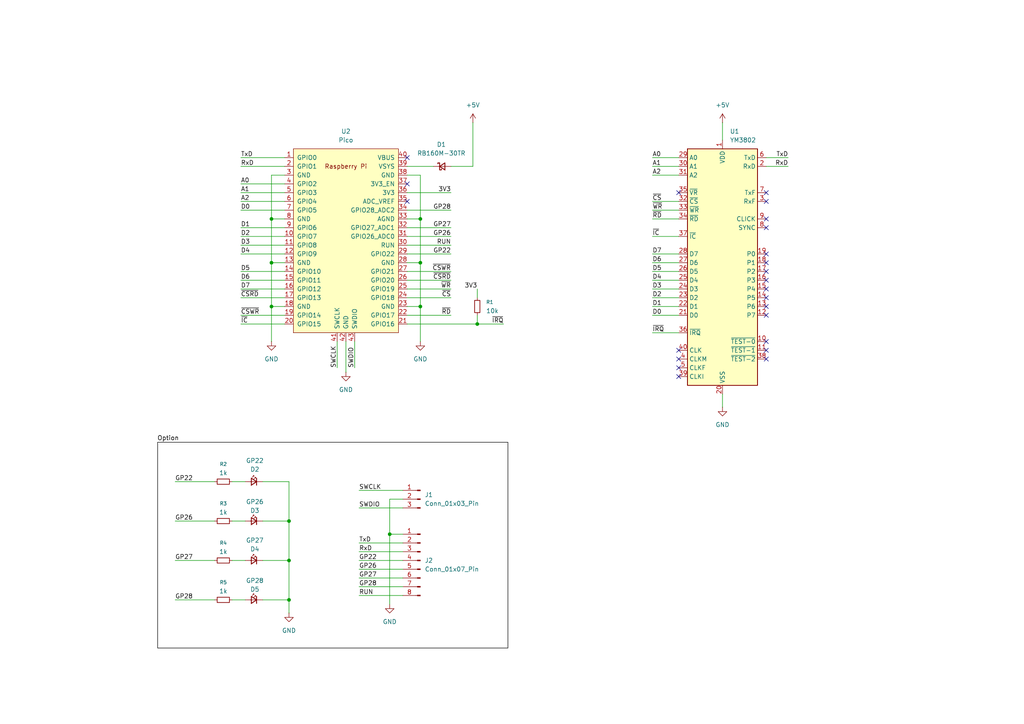
<source format=kicad_sch>
(kicad_sch (version 20250114) (generator "eeschema") (generator_version "9.0")
  (paper "A4")
  (title_block (title "RP3802: Tiny YM3802 Emulator by Raspberry Pi Pico") (date "2025-05-31") (rev "1.0") (comment 1 "for DMP-6BM1") (comment 2 "https://github.com/hyano/rp3802"))
  (lib_symbols
    (symbol "Connector:Conn_01x03_Pin" (pin_names (offset 1.016) (hide yes))
      (property "Reference" "J" (at 0 5.08 0))
      (property "Value" "Conn_01x03_Pin" (at 0 -5.08 0))
      (symbol "Conn_01x03_Pin_1_1"
        (rectangle (start 0.8636 2.667) (end 0 2.413) (stroke (width 0.1524)) (fill (type outline)))
        (rectangle (start 0.8636 0.127) (end 0 -0.127) (stroke (width 0.1524)) (fill (type outline)))
        (rectangle (start 0.8636 -2.413) (end 0 -2.667) (stroke (width 0.1524)) (fill (type outline)))
        (polyline (pts (xy 1.27 2.54) (xy 0.8636 2.54)) (stroke (width 0.1524)))
        (polyline (pts (xy 1.27 0) (xy 0.8636 0)) (stroke (width 0.1524)))
        (polyline (pts (xy 1.27 -2.54) (xy 0.8636 -2.54)) (stroke (width 0.1524)))
        (pin passive line (at 5.08 2.54 180) (length 3.81) (name "Pin_1") (number "1"))
        (pin passive line (at 5.08 0 180) (length 3.81) (name "Pin_2") (number "2"))
        (pin passive line (at 5.08 -2.54 180) (length 3.81) (name "Pin_3") (number "3"))
      )
    )
    (symbol "Connector:Conn_01x08_Pin" (pin_names (offset 1.016) (hide yes))
      (property "Reference" "J" (at 0 10.16 0))
      (property "Value" "Conn_01x08_Pin" (at 0 -12.7 0))
      (symbol "Conn_01x08_Pin_1_1"
        (rectangle (start 0.8636 7.747) (end 0 7.493) (stroke (width 0.1524)) (fill (type outline)))
        (rectangle (start 0.8636 5.207) (end 0 4.953) (stroke (width 0.1524)) (fill (type outline)))
        (rectangle (start 0.8636 2.667) (end 0 2.413) (stroke (width 0.1524)) (fill (type outline)))
        (rectangle (start 0.8636 0.127) (end 0 -0.127) (stroke (width 0.1524)) (fill (type outline)))
        (rectangle (start 0.8636 -2.413) (end 0 -2.667) (stroke (width 0.1524)) (fill (type outline)))
        (rectangle (start 0.8636 -4.953) (end 0 -5.207) (stroke (width 0.1524)) (fill (type outline)))
        (rectangle (start 0.8636 -7.493) (end 0 -7.747) (stroke (width 0.1524)) (fill (type outline)))
        (rectangle (start 0.8636 -10.033) (end 0 -10.287) (stroke (width 0.1524)) (fill (type outline)))
        (polyline (pts (xy 1.27 7.62) (xy 0.8636 7.62)) (stroke (width 0.1524)))
        (polyline (pts (xy 1.27 5.08) (xy 0.8636 5.08)) (stroke (width 0.1524)))
        (polyline (pts (xy 1.27 2.54) (xy 0.8636 2.54)) (stroke (width 0.1524)))
        (polyline (pts (xy 1.27 0) (xy 0.8636 0)) (stroke (width 0.1524)))
        (polyline (pts (xy 1.27 -2.54) (xy 0.8636 -2.54)) (stroke (width 0.1524)))
        (polyline (pts (xy 1.27 -5.08) (xy 0.8636 -5.08)) (stroke (width 0.1524)))
        (polyline (pts (xy 1.27 -7.62) (xy 0.8636 -7.62)) (stroke (width 0.1524)))
        (polyline (pts (xy 1.27 -10.16) (xy 0.8636 -10.16)) (stroke (width 0.1524)))
        (pin passive line (at 5.08 7.62 180) (length 3.81) (name "Pin_1") (number "1"))
        (pin passive line (at 5.08 5.08 180) (length 3.81) (name "Pin_2") (number "2"))
        (pin passive line (at 5.08 2.54 180) (length 3.81) (name "Pin_3") (number "3"))
        (pin passive line (at 5.08 0 180) (length 3.81) (name "Pin_4") (number "4"))
        (pin passive line (at 5.08 -2.54 180) (length 3.81) (name "Pin_5") (number "5"))
        (pin passive line (at 5.08 -5.08 180) (length 3.81) (name "Pin_6") (number "6"))
        (pin passive line (at 5.08 -7.62 180) (length 3.81) (name "Pin_7") (number "7"))
        (pin passive line (at 5.08 -10.16 180) (length 3.81) (name "Pin_8") (number "8"))
      )
    )
    (symbol "Device:D_Schottky_Small" (pin_numbers (hide yes)) (pin_names (offset 0.254) (hide yes))
      (property "Reference" "D" (at -1.27 2.032 0))
      (property "Value" "D_Schottky_Small" (at -7.112 -2.032 0))
      (symbol "D_Schottky_Small_0_1"
        (polyline (pts (xy -1.27 0.762) (xy -1.27 1.016) (xy -0.762 1.016) (xy -0.762 -1.016) (xy -0.254 -1.016) (xy -0.254 -0.762)) (stroke (width 0.254)))
        (polyline (pts (xy -0.762 0) (xy 0.762 0)))
        (polyline (pts (xy 0.762 -1.016) (xy -0.762 0) (xy 0.762 1.016) (xy 0.762 -1.016)) (stroke (width 0.254)))
      )
      (symbol "D_Schottky_Small_1_1"
        (pin passive line (at -2.54 0 0) (length 1.778) (name "K") (number "1"))
        (pin passive line (at 2.54 0 180) (length 1.778) (name "A") (number "2"))
      )
    )
    (symbol "Device:LED_Small" (pin_numbers (hide yes)) (pin_names (offset 0.254) (hide yes))
      (property "Reference" "D" (at -1.27 3.175 0))
      (property "Value" "LED_Small" (at -4.445 -2.54 0))
      (symbol "LED_Small_0_1"
        (polyline (pts (xy -0.762 -1.016) (xy -0.762 1.016)) (stroke (width 0.254)))
        (polyline (pts (xy 0 0.762) (xy -0.508 1.27) (xy -0.254 1.27) (xy -0.508 1.27) (xy -0.508 1.016)))
        (polyline (pts (xy 0.508 1.27) (xy 0 1.778) (xy 0.254 1.778) (xy 0 1.778) (xy 0 1.524)))
        (polyline (pts (xy 0.762 -1.016) (xy -0.762 0) (xy 0.762 1.016) (xy 0.762 -1.016)) (stroke (width 0.254)))
        (polyline (pts (xy 1.016 0) (xy -0.762 0)))
      )
      (symbol "LED_Small_1_1"
        (pin passive line (at -2.54 0 0) (length 1.778) (name "K") (number "1"))
        (pin passive line (at 2.54 0 180) (length 1.778) (name "A") (number "2"))
      )
    )
    (symbol "Device:R_Small" (pin_numbers (hide yes)) (pin_names (offset 0.254) (hide yes))
      (property "Reference" "R" (at 0 0 90))
      (property "Value" "R_Small" (at 1.778 0 90))
      (symbol "R_Small_0_1"
        (rectangle (start -0.762 1.778) (end 0.762 -1.778) (stroke (width 0.2032)))
      )
      (symbol "R_Small_1_1"
        (pin passive line (at 0 2.54 270) (length 0.762) (name "~") (number "1"))
        (pin passive line (at 0 -2.54 90) (length 0.762) (name "~") (number "2"))
      )
    )
    (symbol "RPi_Pico:Pico" (pin_names (offset 1.016))
      (property "Reference" "U" (at -13.97 27.94 0))
      (property "Value" "Pico" (at 0 19.05 0))
      (symbol "Pico_0_0"
        (text "Raspberry Pi" (at 0 21.59 0) (effects (font (size 1.27 1.27))))
      )
      (symbol "Pico_0_1"
        (rectangle (start -15.24 26.67) (end 15.24 -26.67) (fill (type background)))
      )
      (symbol "Pico_1_1"
        (pin bidirectional line (at -17.78 24.13 0) (length 2.54) (name "GPIO0") (number "1"))
        (pin bidirectional line (at -17.78 21.59 0) (length 2.54) (name "GPIO1") (number "2"))
        (pin power_in line (at -17.78 19.05 0) (length 2.54) (name "GND") (number "3"))
        (pin bidirectional line (at -17.78 16.51 0) (length 2.54) (name "GPIO2") (number "4"))
        (pin bidirectional line (at -17.78 13.97 0) (length 2.54) (name "GPIO3") (number "5"))
        (pin bidirectional line (at -17.78 11.43 0) (length 2.54) (name "GPIO4") (number "6"))
        (pin bidirectional line (at -17.78 8.89 0) (length 2.54) (name "GPIO5") (number "7"))
        (pin power_in line (at -17.78 6.35 0) (length 2.54) (name "GND") (number "8"))
        (pin bidirectional line (at -17.78 3.81 0) (length 2.54) (name "GPIO6") (number "9"))
        (pin bidirectional line (at -17.78 1.27 0) (length 2.54) (name "GPIO7") (number "10"))
        (pin bidirectional line (at -17.78 -1.27 0) (length 2.54) (name "GPIO8") (number "11"))
        (pin bidirectional line (at -17.78 -3.81 0) (length 2.54) (name "GPIO9") (number "12"))
        (pin power_in line (at -17.78 -6.35 0) (length 2.54) (name "GND") (number "13"))
        (pin bidirectional line (at -17.78 -8.89 0) (length 2.54) (name "GPIO10") (number "14"))
        (pin bidirectional line (at -17.78 -11.43 0) (length 2.54) (name "GPIO11") (number "15"))
        (pin bidirectional line (at -17.78 -13.97 0) (length 2.54) (name "GPIO12") (number "16"))
        (pin bidirectional line (at -17.78 -16.51 0) (length 2.54) (name "GPIO13") (number "17"))
        (pin power_in line (at -17.78 -19.05 0) (length 2.54) (name "GND") (number "18"))
        (pin bidirectional line (at -17.78 -21.59 0) (length 2.54) (name "GPIO14") (number "19"))
        (pin bidirectional line (at -17.78 -24.13 0) (length 2.54) (name "GPIO15") (number "20"))
        (pin input line (at -2.54 -29.21 90) (length 2.54) (name "SWCLK") (number "41"))
        (pin power_in line (at 0 -29.21 90) (length 2.54) (name "GND") (number "42"))
        (pin bidirectional line (at 2.54 -29.21 90) (length 2.54) (name "SWDIO") (number "43"))
        (pin unspecified line (at 17.78 24.13 180) (length 2.54) (name "VBUS") (number "40"))
        (pin unspecified line (at 17.78 21.59 180) (length 2.54) (name "VSYS") (number "39"))
        (pin bidirectional line (at 17.78 19.05 180) (length 2.54) (name "GND") (number "38"))
        (pin input line (at 17.78 16.51 180) (length 2.54) (name "3V3_EN") (number "37"))
        (pin unspecified line (at 17.78 13.97 180) (length 2.54) (name "3V3") (number "36"))
        (pin unspecified line (at 17.78 11.43 180) (length 2.54) (name "ADC_VREF") (number "35"))
        (pin bidirectional line (at 17.78 8.89 180) (length 2.54) (name "GPIO28_ADC2") (number "34"))
        (pin power_in line (at 17.78 6.35 180) (length 2.54) (name "AGND") (number "33"))
        (pin bidirectional line (at 17.78 3.81 180) (length 2.54) (name "GPIO27_ADC1") (number "32"))
        (pin bidirectional line (at 17.78 1.27 180) (length 2.54) (name "GPIO26_ADC0") (number "31"))
        (pin input line (at 17.78 -1.27 180) (length 2.54) (name "RUN") (number "30"))
        (pin bidirectional line (at 17.78 -3.81 180) (length 2.54) (name "GPIO22") (number "29"))
        (pin power_in line (at 17.78 -6.35 180) (length 2.54) (name "GND") (number "28"))
        (pin bidirectional line (at 17.78 -8.89 180) (length 2.54) (name "GPIO21") (number "27"))
        (pin bidirectional line (at 17.78 -11.43 180) (length 2.54) (name "GPIO20") (number "26"))
        (pin bidirectional line (at 17.78 -13.97 180) (length 2.54) (name "GPIO19") (number "25"))
        (pin bidirectional line (at 17.78 -16.51 180) (length 2.54) (name "GPIO18") (number "24"))
        (pin power_in line (at 17.78 -19.05 180) (length 2.54) (name "GND") (number "23"))
        (pin bidirectional line (at 17.78 -21.59 180) (length 2.54) (name "GPIO17") (number "22"))
        (pin bidirectional line (at 17.78 -24.13 180) (length 2.54) (name "GPIO16") (number "21"))
      )
    )
    (symbol "RPi_Pico:YM3802-X"
      (property "Reference" "U" (at -10.16 29.21 0))
      (property "Value" "YM3802" (at 3.81 29.21 0))
      (symbol "YM3802-X_0_1"
        (rectangle (start -10.16 27.94) (end 10.16 -40.64) (stroke (width 0.254)) (fill (type background)))
      )
      (symbol "YM3802-X_1_1"
        (pin input line (at -12.7 25.4 0) (length 2.54) (name "A0") (number "29"))
        (pin input line (at -12.7 22.86 0) (length 2.54) (name "A1") (number "30"))
        (pin input line (at -12.7 20.32 0) (length 2.54) (name "A2") (number "31"))
        (pin input line (at -12.7 15.24 0) (length 2.54) (name "~{VR}") (number "35"))
        (pin input line (at -12.7 12.7 0) (length 2.54) (name "~{CS}") (number "32"))
        (pin input line (at -12.7 10.16 0) (length 2.54) (name "~{WR}") (number "33"))
        (pin input line (at -12.7 7.62 0) (length 2.54) (name "~{RD}") (number "34"))
        (pin input line (at -12.7 2.54 0) (length 2.54) (name "~{IC}") (number "37"))
        (pin bidirectional line (at -12.7 -2.54 0) (length 2.54) (name "D7") (number "28"))
        (pin bidirectional line (at -12.7 -5.08 0) (length 2.54) (name "D6") (number "27"))
        (pin bidirectional line (at -12.7 -7.62 0) (length 2.54) (name "D5") (number "26"))
        (pin bidirectional line (at -12.7 -10.16 0) (length 2.54) (name "D4") (number "25"))
        (pin bidirectional line (at -12.7 -12.7 0) (length 2.54) (name "D3") (number "24"))
        (pin bidirectional line (at -12.7 -15.24 0) (length 2.54) (name "D2") (number "23"))
        (pin bidirectional line (at -12.7 -17.78 0) (length 2.54) (name "D1") (number "22"))
        (pin bidirectional line (at -12.7 -20.32 0) (length 2.54) (name "D0") (number "21"))
        (pin output line (at -12.7 -25.4 0) (length 2.54) (name "~{IRQ}") (number "36"))
        (pin input line (at -12.7 -30.48 0) (length 2.54) (name "CLK") (number "40"))
        (pin input line (at -12.7 -33.02 0) (length 2.54) (name "CLKM") (number "4"))
        (pin input line (at -12.7 -35.56 0) (length 2.54) (name "CLKF") (number "5"))
        (pin output line (at -12.7 -38.1 0) (length 2.54) (name "CLKI") (number "39"))
        (pin power_in line (at 0 30.48 270) (length 2.54) (name "VDD") (number "1"))
        (pin power_in line (at 0 -43.18 90) (length 2.54) (name "VSS") (number "20"))
        (pin output line (at 12.7 25.4 180) (length 2.54) (name "TxD") (number "6"))
        (pin input line (at 12.7 22.86 180) (length 2.54) (name "RxD") (number "2"))
        (pin output line (at 12.7 15.24 180) (length 2.54) (name "TxF") (number "7"))
        (pin input line (at 12.7 12.7 180) (length 2.54) (name "RxF") (number "3"))
        (pin output line (at 12.7 7.62 180) (length 2.54) (name "CLICK") (number "9"))
        (pin output line (at 12.7 5.08 180) (length 2.54) (name "SYNC") (number "8"))
        (pin bidirectional line (at 12.7 -2.54 180) (length 2.54) (name "P0") (number "19"))
        (pin bidirectional line (at 12.7 -5.08 180) (length 2.54) (name "P1") (number "18"))
        (pin bidirectional line (at 12.7 -7.62 180) (length 2.54) (name "P2") (number "17"))
        (pin bidirectional line (at 12.7 -10.16 180) (length 2.54) (name "P3") (number "16"))
        (pin bidirectional line (at 12.7 -12.7 180) (length 2.54) (name "P4") (number "15"))
        (pin bidirectional line (at 12.7 -15.24 180) (length 2.54) (name "P5") (number "14"))
        (pin bidirectional line (at 12.7 -17.78 180) (length 2.54) (name "P6") (number "13"))
        (pin bidirectional line (at 12.7 -20.32 180) (length 2.54) (name "P7") (number "12"))
        (pin input line (at 12.7 -27.94 180) (length 2.54) (name "~{TEST-0}") (number "10"))
        (pin input line (at 12.7 -30.48 180) (length 2.54) (name "~{TEST-1}") (number "11"))
        (pin input line (at 12.7 -33.02 180) (length 2.54) (name "~{TEST-2}") (number "38"))
      )
    )
    (symbol "power:+5V" (power) (pin_numbers (hide yes)) (pin_names (offset 0) (hide yes))
      (property "Value" "+5V" (at 0 3.556 0))
      (symbol "+5V_0_1"
        (polyline (pts (xy -0.762 1.27) (xy 0 2.54)))
        (polyline (pts (xy 0 2.54) (xy 0.762 1.27)))
        (polyline (pts (xy 0 0) (xy 0 2.54)))
      )
      (symbol "+5V_1_1"
        (pin power_in line (at 0 0 90) (length 0) (name "~") (number "1"))
      )
    )
    (symbol "power:GND" (power) (pin_numbers (hide yes)) (pin_names (offset 0) (hide yes))
      (property "Value" "GND" (at 0 -3.81 0))
      (symbol "GND_0_1"
        (polyline (pts (xy 0 0) (xy 0 -1.27) (xy 1.27 -1.27) (xy 0 -2.54) (xy -1.27 -1.27) (xy 0 -1.27)))
      )
      (symbol "GND_1_1"
        (pin power_in line (at 0 0 270) (length 0) (name "~") (number "1"))
      )
    )
  )
  (rectangle (start 45.72 128.27) (end 147.32 187.96) (stroke (width 0) (color 0 0 0 1)))
  (text "Option" (at 48.768 127.254 0) (effects (font (size 1.27 1.27))))
  (junction (at 83.82 151.13))
  (junction (at 113.03 154.94))
  (junction (at 83.82 173.99))
  (junction (at 83.82 162.56))
  (junction (at 78.74 63.5))
  (junction (at 121.92 63.5))
  (junction (at 138.43 93.98))
  (junction (at 78.74 76.2))
  (junction (at 121.92 88.9))
  (junction (at 78.74 88.9))
  (junction (at 121.92 76.2))
  (no_connect (at 196.85 55.88))
  (no_connect (at 222.25 104.14))
  (no_connect (at 222.25 78.74))
  (no_connect (at 222.25 73.66))
  (no_connect (at 222.25 55.88))
  (no_connect (at 222.25 63.5))
  (no_connect (at 118.11 53.34))
  (no_connect (at 222.25 99.06))
  (no_connect (at 196.85 104.14))
  (no_connect (at 222.25 86.36))
  (no_connect (at 196.85 106.68))
  (no_connect (at 222.25 88.9))
  (no_connect (at 222.25 81.28))
  (no_connect (at 118.11 45.72))
  (no_connect (at 222.25 66.04))
  (no_connect (at 196.85 109.22))
  (no_connect (at 222.25 58.42))
  (no_connect (at 222.25 101.6))
  (no_connect (at 222.25 91.44))
  (no_connect (at 222.25 83.82))
  (no_connect (at 222.25 76.2))
  (no_connect (at 196.85 101.6))
  (no_connect (at 118.11 58.42))
  (wire (pts (xy 104.14 157.48) (xy 116.84 157.48)))
  (wire (pts (xy 69.85 93.98) (xy 82.55 93.98)))
  (wire (pts (xy 78.74 63.5) (xy 78.74 76.2)))
  (wire (pts (xy 118.11 55.88) (xy 130.81 55.88)))
  (wire (pts (xy 50.8 162.56) (xy 62.23 162.56)))
  (wire (pts (xy 78.74 88.9) (xy 82.55 88.9)))
  (wire (pts (xy 104.14 167.64) (xy 116.84 167.64)))
  (wire (pts (xy 118.11 86.36) (xy 130.81 86.36)))
  (wire (pts (xy 138.43 91.44) (xy 138.43 93.98)))
  (wire (pts (xy 69.85 66.04) (xy 82.55 66.04)))
  (wire (pts (xy 78.74 50.8) (xy 78.74 63.5)))
  (wire (pts (xy 118.11 71.12) (xy 130.81 71.12)))
  (wire (pts (xy 102.87 99.06) (xy 102.87 106.68)))
  (wire (pts (xy 189.23 63.5) (xy 196.85 63.5)))
  (wire (pts (xy 104.14 162.56) (xy 116.84 162.56)))
  (wire (pts (xy 69.85 45.72) (xy 82.55 45.72)))
  (wire (pts (xy 69.85 55.88) (xy 82.55 55.88)))
  (wire (pts (xy 76.2 139.7) (xy 83.82 139.7)))
  (wire (pts (xy 76.2 151.13) (xy 83.82 151.13)))
  (wire (pts (xy 69.85 83.82) (xy 82.55 83.82)))
  (wire (pts (xy 83.82 173.99) (xy 83.82 177.8)))
  (wire (pts (xy 118.11 83.82) (xy 130.81 83.82)))
  (wire (pts (xy 189.23 76.2) (xy 196.85 76.2)))
  (wire (pts (xy 118.11 76.2) (xy 121.92 76.2)))
  (wire (pts (xy 118.11 93.98) (xy 138.43 93.98)))
  (wire (pts (xy 83.82 151.13) (xy 83.82 162.56)))
  (wire (pts (xy 67.31 162.56) (xy 71.12 162.56)))
  (wire (pts (xy 130.81 48.26) (xy 137.16 48.26)))
  (wire (pts (xy 76.2 162.56) (xy 83.82 162.56)))
  (wire (pts (xy 113.03 154.94) (xy 113.03 175.26)))
  (wire (pts (xy 82.55 50.8) (xy 78.74 50.8)))
  (wire (pts (xy 69.85 73.66) (xy 82.55 73.66)))
  (wire (pts (xy 83.82 162.56) (xy 83.82 173.99)))
  (wire (pts (xy 67.31 139.7) (xy 71.12 139.7)))
  (wire (pts (xy 118.11 91.44) (xy 130.81 91.44)))
  (wire (pts (xy 118.11 68.58) (xy 130.81 68.58)))
  (wire (pts (xy 189.23 60.96) (xy 196.85 60.96)))
  (wire (pts (xy 118.11 81.28) (xy 130.81 81.28)))
  (wire (pts (xy 69.85 86.36) (xy 82.55 86.36)))
  (wire (pts (xy 222.25 45.72) (xy 228.6 45.72)))
  (wire (pts (xy 116.84 144.78) (xy 113.03 144.78)))
  (wire (pts (xy 189.23 78.74) (xy 196.85 78.74)))
  (wire (pts (xy 121.92 76.2) (xy 121.92 88.9)))
  (wire (pts (xy 189.23 86.36) (xy 196.85 86.36)))
  (wire (pts (xy 189.23 81.28) (xy 196.85 81.28)))
  (wire (pts (xy 121.92 88.9) (xy 121.92 99.06)))
  (wire (pts (xy 118.11 78.74) (xy 130.81 78.74)))
  (wire (pts (xy 113.03 154.94) (xy 116.84 154.94)))
  (wire (pts (xy 189.23 91.44) (xy 196.85 91.44)))
  (wire (pts (xy 118.11 88.9) (xy 121.92 88.9)))
  (wire (pts (xy 78.74 76.2) (xy 82.55 76.2)))
  (wire (pts (xy 83.82 139.7) (xy 83.82 151.13)))
  (wire (pts (xy 104.14 147.32) (xy 116.84 147.32)))
  (wire (pts (xy 189.23 68.58) (xy 196.85 68.58)))
  (wire (pts (xy 118.11 73.66) (xy 130.81 73.66)))
  (wire (pts (xy 209.55 35.56) (xy 209.55 40.64)))
  (wire (pts (xy 189.23 45.72) (xy 196.85 45.72)))
  (wire (pts (xy 67.31 151.13) (xy 71.12 151.13)))
  (wire (pts (xy 121.92 50.8) (xy 121.92 63.5)))
  (wire (pts (xy 69.85 68.58) (xy 82.55 68.58)))
  (wire (pts (xy 113.03 144.78) (xy 113.03 154.94)))
  (wire (pts (xy 78.74 76.2) (xy 78.74 88.9)))
  (wire (pts (xy 97.79 99.06) (xy 97.79 106.68)))
  (wire (pts (xy 138.43 93.98) (xy 146.05 93.98)))
  (wire (pts (xy 50.8 173.99) (xy 62.23 173.99)))
  (wire (pts (xy 189.23 58.42) (xy 196.85 58.42)))
  (wire (pts (xy 78.74 88.9) (xy 78.74 99.06)))
  (wire (pts (xy 118.11 48.26) (xy 125.73 48.26)))
  (wire (pts (xy 69.85 78.74) (xy 82.55 78.74)))
  (wire (pts (xy 69.85 60.96) (xy 82.55 60.96)))
  (wire (pts (xy 104.14 165.1) (xy 116.84 165.1)))
  (wire (pts (xy 50.8 151.13) (xy 62.23 151.13)))
  (wire (pts (xy 104.14 160.02) (xy 116.84 160.02)))
  (wire (pts (xy 121.92 63.5) (xy 121.92 76.2)))
  (wire (pts (xy 69.85 71.12) (xy 82.55 71.12)))
  (wire (pts (xy 69.85 48.26) (xy 82.55 48.26)))
  (wire (pts (xy 222.25 48.26) (xy 228.6 48.26)))
  (wire (pts (xy 189.23 73.66) (xy 196.85 73.66)))
  (wire (pts (xy 76.2 173.99) (xy 83.82 173.99)))
  (wire (pts (xy 189.23 48.26) (xy 196.85 48.26)))
  (wire (pts (xy 189.23 88.9) (xy 196.85 88.9)))
  (wire (pts (xy 138.43 83.82) (xy 138.43 86.36)))
  (wire (pts (xy 118.11 66.04) (xy 130.81 66.04)))
  (wire (pts (xy 69.85 81.28) (xy 82.55 81.28)))
  (wire (pts (xy 137.16 48.26) (xy 137.16 35.56)))
  (wire (pts (xy 104.14 170.18) (xy 116.84 170.18)))
  (wire (pts (xy 189.23 50.8) (xy 196.85 50.8)))
  (wire (pts (xy 118.11 63.5) (xy 121.92 63.5)))
  (wire (pts (xy 69.85 53.34) (xy 82.55 53.34)))
  (wire (pts (xy 189.23 83.82) (xy 196.85 83.82)))
  (wire (pts (xy 69.85 91.44) (xy 82.55 91.44)))
  (wire (pts (xy 118.11 50.8) (xy 121.92 50.8)))
  (wire (pts (xy 209.55 114.3) (xy 209.55 118.11)))
  (wire (pts (xy 189.23 96.52) (xy 196.85 96.52)))
  (wire (pts (xy 100.33 99.06) (xy 100.33 107.95)))
  (wire (pts (xy 50.8 139.7) (xy 62.23 139.7)))
  (wire (pts (xy 104.14 172.72) (xy 116.84 172.72)))
  (wire (pts (xy 104.14 142.24) (xy 116.84 142.24)))
  (wire (pts (xy 67.31 173.99) (xy 71.12 173.99)))
  (wire (pts (xy 69.85 58.42) (xy 82.55 58.42)))
  (wire (pts (xy 118.11 60.96) (xy 130.81 60.96)))
  (wire (pts (xy 78.74 63.5) (xy 82.55 63.5)))
  (label "D4" (at 189.23 81.28 0))
  (label "~{CSRD}" (at 69.85 86.36 0))
  (label "D2" (at 189.23 86.36 0))
  (label "~{CSRD}" (at 130.81 81.28 180))
  (label "~{CS}" (at 130.81 86.36 180))
  (label "~{CS}" (at 189.23 58.42 0))
  (label "GP27" (at 50.8 162.56 0))
  (label "D7" (at 189.23 73.66 0))
  (label "D1" (at 69.85 66.04 0))
  (label "~{IRQ}" (at 146.05 93.98 180))
  (label "A2" (at 69.85 58.42 0))
  (label "GP28" (at 50.8 173.99 0))
  (label "RUN" (at 130.81 71.12 180))
  (label "D0" (at 189.23 91.44 0))
  (label "D6" (at 189.23 76.2 0))
  (label "TxD" (at 228.6 45.72 180))
  (label "GP22" (at 50.8 139.7 0))
  (label "GP27" (at 130.81 66.04 180))
  (label "~{CSWR}" (at 69.85 91.44 0))
  (label "RxD" (at 104.14 160.02 0))
  (label "A0" (at 189.23 45.72 0))
  (label "~{IRQ}" (at 189.23 96.52 0))
  (label "3V3" (at 130.81 55.88 180))
  (label "GP28" (at 104.14 170.18 0))
  (label "3V3" (at 138.43 83.82 180))
  (label "~{WR}" (at 130.81 83.82 180))
  (label "D3" (at 69.85 71.12 0))
  (label "~{RD}" (at 130.81 91.44 180))
  (label "~{IC}" (at 69.85 93.98 0))
  (label "D4" (at 69.85 73.66 0))
  (label "GP22" (at 104.14 162.56 0))
  (label "~{CSWR}" (at 130.81 78.74 180))
  (label "~{WR}" (at 189.23 60.96 0))
  (label "GP27" (at 104.14 167.64 0))
  (label "D2" (at 69.85 68.58 0))
  (label "GP26" (at 130.81 68.58 180))
  (label "A1" (at 189.23 48.26 0))
  (label "A0" (at 69.85 53.34 0))
  (label "GP28" (at 130.81 60.96 180))
  (label "TxD" (at 69.85 45.72 0))
  (label "RxD" (at 228.6 48.26 180))
  (label "GP22" (at 130.81 73.66 180))
  (label "A2" (at 189.23 50.8 0))
  (label "~{RD}" (at 189.23 63.5 0))
  (label "D5" (at 69.85 78.74 0))
  (label "GP26" (at 50.8 151.13 0))
  (label "D5" (at 189.23 78.74 0))
  (label "A1" (at 69.85 55.88 0))
  (label "RxD" (at 69.85 48.26 0))
  (label "D7" (at 69.85 83.82 0))
  (label "SWCLK" (at 104.14 142.24 0))
  (label "D3" (at 189.23 83.82 0))
  (label "GP26" (at 104.14 165.1 0))
  (label "SWCLK" (at 97.79 106.68 90))
  (label "SWDIO" (at 104.14 147.32 0))
  (label "RUN" (at 104.14 172.72 0))
  (label "D6" (at 69.85 81.28 0))
  (label "TxD" (at 104.14 157.48 0))
  (label "D0" (at 69.85 60.96 0))
  (label "SWDIO" (at 102.87 106.68 90))
  (label "~{IC}" (at 189.23 68.58 0))
  (label "D1" (at 189.23 88.9 0))
  (symbol (lib_id "power:GND") (at 209.55 118.11 0) (unit 1)
    (property "Reference" "#PWR05" (effects (hide yes)))
    (property "Value" "GND" (at 209.55 123.19 0))
    (property "Description" "Power symbol creates a global label with name \"GND\" , ground" (effects (hide yes)))
  )
  (symbol (lib_id "Connector:Conn_01x03_Pin") (at 121.92 144.78 0) (mirror y) (unit 1)
    (property "Reference" "J1" (at 123.19 143.5099 0) (effects (justify right)))
    (property "Value" "Conn_01x03_Pin" (at 123.19 146.0499 0) (effects (justify right)))
    (property "Footprint" "Connector_PinHeader_2.54mm:PinHeader_1x03_P2.54mm_Horizontal" (effects (hide yes)))
    (property "Description" "Generic connector, single row, 01x03, script generated" (effects (hide yes)))
  )
  (symbol (lib_id "power:GND") (at 83.82 177.8 0) (unit 1)
    (property "Reference" "#PWR08" (effects (hide yes)))
    (property "Value" "GND" (at 83.82 182.88 0))
    (property "Description" "Power symbol creates a global label with name \"GND\" , ground" (effects (hide yes)))
  )
  (symbol (lib_id "Device:LED_Small") (at 73.66 173.99 0) (mirror y) (unit 1)
    (property "Reference" "D5" (at 73.914 170.942 0))
    (property "Value" "GP28" (at 73.914 168.402 0))
    (property "Footprint" "LED_SMD:LED_0603_1608Metric_Pad1.05x0.95mm_HandSolder" (effects (hide yes)))
    (property "Description" "Light emitting diode, small symbol" (effects (hide yes)))
    (property "Sim.Pin" "1=K 2=A" (effects (hide yes)))
  )
  (symbol (lib_id "power:GND") (at 100.33 107.95 0) (unit 1)
    (property "Reference" "#PWR06" (effects (hide yes)))
    (property "Value" "GND" (at 100.33 113.03 0))
    (property "Description" "Power symbol creates a global label with name \"GND\" , ground" (effects (hide yes)))
  )
  (symbol (lib_id "Device:R_Small") (at 64.77 162.56 90) (unit 1)
    (property "Reference" "R4" (at 64.77 157.48 90) (effects (font (size 1.016 1.016))))
    (property "Value" "1k" (at 64.77 160.02 90))
    (property "Footprint" "Resistor_SMD:R_0603_1608Metric_Pad0.98x0.95mm_HandSolder" (effects (hide yes)))
    (property "Description" "Resistor, small symbol" (effects (hide yes)))
  )
  (symbol (lib_id "power:GND") (at 113.03 175.26 0) (unit 1)
    (property "Reference" "#PWR07" (effects (hide yes)))
    (property "Value" "GND" (at 113.03 180.34 0))
    (property "Description" "Power symbol creates a global label with name \"GND\" , ground" (effects (hide yes)))
  )
  (symbol (lib_id "power:+5V") (at 209.55 35.56 0) (unit 1)
    (property "Reference" "#PWR04" (effects (hide yes)))
    (property "Value" "+5V" (at 209.55 30.48 0))
    (property "Description" "Power symbol creates a global label with name \"+5V\"" (effects (hide yes)))
  )
  (symbol (lib_id "Device:LED_Small") (at 73.66 162.56 0) (mirror y) (unit 1)
    (property "Reference" "D4" (at 73.914 159.258 0))
    (property "Value" "GP27" (at 73.914 156.718 0))
    (property "Footprint" "LED_SMD:LED_0603_1608Metric_Pad1.05x0.95mm_HandSolder" (effects (hide yes)))
    (property "Description" "Light emitting diode, small symbol" (effects (hide yes)))
    (property "Sim.Pin" "1=K 2=A" (effects (hide yes)))
  )
  (symbol (lib_id "RPi_Pico:Pico") (at 100.33 69.85 0) (unit 1)
    (property "Reference" "U2" (at 100.33 38.1 0))
    (property "Value" "Pico" (at 100.33 40.64 0))
    (property "Footprint" "RPi_Pico:RPi_Pico_SMD_TH" (effects (hide yes)))
  )
  (symbol (lib_id "Device:R_Small") (at 64.77 139.7 90) (unit 1)
    (property "Reference" "R2" (at 64.77 134.62 90) (effects (font (size 1.016 1.016))))
    (property "Value" "1k" (at 64.77 137.16 90))
    (property "Footprint" "Resistor_SMD:R_0603_1608Metric_Pad0.98x0.95mm_HandSolder" (effects (hide yes)))
    (property "Description" "Resistor, small symbol" (effects (hide yes)))
  )
  (symbol (lib_id "Device:D_Schottky_Small") (at 128.27 48.26 0) (unit 1)
    (property "Reference" "D1" (at 128.016 41.91 0))
    (property "Value" "RB160M-30TR" (at 128.016 44.45 0))
    (property "Footprint" "Diode_SMD:D_SOD-123" (effects (hide yes)))
    (property "Description" "Schottky diode, small symbol" (effects (hide yes)))
  )
  (symbol (lib_id "Device:R_Small") (at 64.77 151.13 90) (unit 1)
    (property "Reference" "R3" (at 64.77 146.05 90) (effects (font (size 1.016 1.016))))
    (property "Value" "1k" (at 64.77 148.59 90))
    (property "Footprint" "Resistor_SMD:R_0603_1608Metric_Pad0.98x0.95mm_HandSolder" (effects (hide yes)))
    (property "Description" "Resistor, small symbol" (effects (hide yes)))
  )
  (symbol (lib_id "power:GND") (at 78.74 99.06 0) (unit 1)
    (property "Reference" "#PWR01" (effects (hide yes)))
    (property "Value" "GND" (at 78.74 104.14 0))
    (property "Description" "Power symbol creates a global label with name \"GND\" , ground" (effects (hide yes)))
  )
  (symbol (lib_id "Device:R_Small") (at 138.43 88.9 0) (unit 1)
    (property "Reference" "R1" (at 140.97 87.6299 0) (effects (font (size 1.016 1.016)) (justify left)))
    (property "Value" "10k" (at 140.97 90.1699 0) (effects (justify left)))
    (property "Footprint" "Resistor_SMD:R_0603_1608Metric_Pad0.98x0.95mm_HandSolder" (effects (hide yes)))
    (property "Description" "Resistor, small symbol" (effects (hide yes)))
  )
  (symbol (lib_id "power:GND") (at 121.92 99.06 0) (unit 1)
    (property "Reference" "#PWR02" (effects (hide yes)))
    (property "Value" "GND" (at 121.92 104.14 0))
    (property "Description" "Power symbol creates a global label with name \"GND\" , ground" (effects (hide yes)))
  )
  (symbol (lib_id "Device:R_Small") (at 64.77 173.99 90) (unit 1)
    (property "Reference" "R5" (at 64.77 168.91 90) (effects (font (size 1.016 1.016))))
    (property "Value" "1k" (at 64.77 171.45 90))
    (property "Footprint" "Resistor_SMD:R_0603_1608Metric_Pad0.98x0.95mm_HandSolder" (effects (hide yes)))
    (property "Description" "Resistor, small symbol" (effects (hide yes)))
  )
  (symbol (lib_id "RPi_Pico:YM3802-X") (at 209.55 71.12 0) (unit 1)
    (property "Reference" "U1" (at 211.6933 38.1 0) (effects (justify left)))
    (property "Value" "YM3802" (at 211.6933 40.64 0) (effects (justify left)))
    (property "Footprint" "RPi_Pico:DIP-40_W15.24mm_NO_IC" (effects (hide yes)))
    (property "Description" "MIDI Communication & Service Controller" (effects (hide yes)))
  )
  (symbol (lib_id "Connector:Conn_01x08_Pin") (at 121.92 162.56 0) (mirror y) (unit 1)
    (property "Reference" "J2" (at 123.19 162.5599 0) (effects (justify right)))
    (property "Value" "Conn_01x07_Pin" (at 123.19 165.0999 0) (effects (justify right)))
    (property "Footprint" "Connector_PinHeader_2.54mm:PinHeader_1x08_P2.54mm_Horizontal" (effects (hide yes)))
    (property "Description" "Generic connector, single row, 01x08, script generated" (effects (hide yes)))
  )
  (symbol (lib_id "Device:LED_Small") (at 73.66 139.7 0) (mirror y) (unit 1)
    (property "Reference" "D2" (at 73.914 136.144 0))
    (property "Value" "GP22" (at 73.914 133.604 0))
    (property "Footprint" "LED_SMD:LED_0603_1608Metric_Pad1.05x0.95mm_HandSolder" (effects (hide yes)))
    (property "Description" "Light emitting diode, small symbol" (effects (hide yes)))
    (property "Sim.Pin" "1=K 2=A" (effects (hide yes)))
  )
  (symbol (lib_id "power:+5V") (at 137.16 35.56 0) (unit 1)
    (property "Reference" "#PWR03" (effects (hide yes)))
    (property "Value" "+5V" (at 137.16 30.48 0))
    (property "Description" "Power symbol creates a global label with name \"+5V\"" (effects (hide yes)))
  )
  (symbol (lib_id "Device:LED_Small") (at 73.66 151.13 0) (mirror y) (unit 1)
    (property "Reference" "D3" (at 73.914 148.082 0))
    (property "Value" "GP26" (at 73.914 145.542 0))
    (property "Footprint" "LED_SMD:LED_0603_1608Metric_Pad1.05x0.95mm_HandSolder" (effects (hide yes)))
    (property "Description" "Light emitting diode, small symbol" (effects (hide yes)))
    (property "Sim.Pin" "1=K 2=A" (effects (hide yes)))
  )
)
</source>
